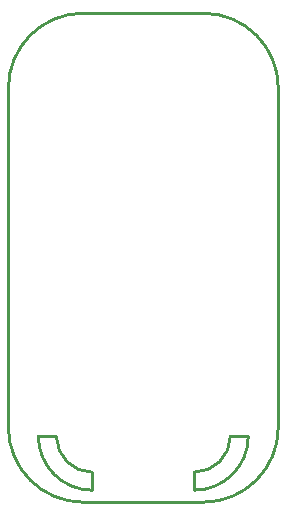
<source format=gm1>
G04*
G04 #@! TF.GenerationSoftware,Altium Limited,Altium Designer,21.7.2 (23)*
G04*
G04 Layer_Color=16711935*
%FSLAX25Y25*%
%MOIN*%
G70*
G04*
G04 #@! TF.SameCoordinates,D0A3D993-BCFD-4162-BC10-8A45587FADB4*
G04*
G04*
G04 #@! TF.FilePolarity,Positive*
G04*
G01*
G75*
%ADD54C,0.01000*%
D54*
X25000Y163000D02*
G03*
X0Y138000I0J-25000D01*
G01*
X90000D02*
G03*
X65000Y163000I-25000J0D01*
G01*
X0Y25000D02*
G03*
X25000Y0I25000J0D01*
G01*
X65000D02*
G03*
X90000Y25000I0J25000D01*
G01*
X10000Y22000D02*
G03*
X28000Y4000I18000J0D01*
G01*
X16000Y22000D02*
G03*
X28000Y10000I12000J0D01*
G01*
X62000D02*
G03*
X74000Y22000I0J12000D01*
G01*
X62000Y4000D02*
G03*
X80000Y22000I0J18000D01*
G01*
X25000Y163000D02*
X64500D01*
X90000Y25000D02*
X90000Y138000D01*
X-0Y138500D02*
X0Y25000D01*
X25000Y0D02*
X65000D01*
X10000Y22000D02*
X16000D01*
X62000Y4000D02*
Y10000D01*
X74000Y22000D02*
X80000D01*
X28000Y4000D02*
Y10000D01*
M02*

</source>
